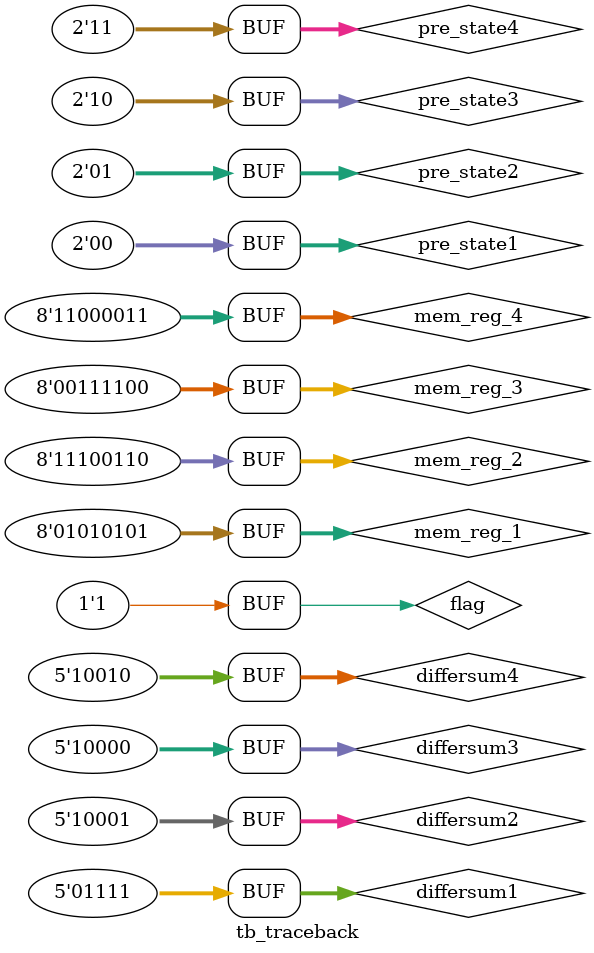
<source format=v>
`timescale 1ns / 1ps


module tb_traceback(

    );
reg [4:0] differsum1;
reg [7:0] mem_reg_1;
reg [1:0] pre_state1;
reg [4:0] differsum2;
reg [7:0] mem_reg_2;
reg [1:0] pre_state2;
reg [4:0] differsum3;
reg [7:0] mem_reg_3;
reg [1:0] pre_state3;
reg [4:0] differsum4;
reg [7:0] mem_reg_4;
reg [1:0] pre_state4;
reg flag;
wire [7:0] mem_out;
wire done;
traceback trace(.differsum1(differsum1), .differsum2(differsum2), .differsum3(differsum3), .differsum4(differsum4), 
                .mem_reg_1(mem_reg_1), .mem_reg_2(mem_reg_2), .mem_reg_3(mem_reg_3), .mem_reg_4(mem_reg_4), .pre_state1(pre_state1),
                .pre_state2(pre_state2), .pre_state3(pre_state3), .pre_state4(pre_state4), .flag(flag), .mem_out(mem_out), .done(done));
initial
begin
     flag = 1;
     differsum1 = 5'd15;
     mem_reg_1 = 8'b01010101;
     pre_state1 = 2'b00;
     differsum2 = 5'd17;
     mem_reg_2 = 8'b11100110;
     pre_state2 = 2'b01;
     differsum3 = 5'd16;
     mem_reg_3 = 8'b00111100;
     pre_state3 = 2'b10;
     differsum4 = 5'd18;
     mem_reg_4 = 8'b11000011;
     pre_state4 = 2'b11;
end 
endmodule

</source>
